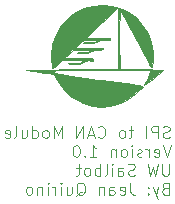
<source format=gbo>
G04 #@! TF.GenerationSoftware,KiCad,Pcbnew,(5.0.1)-4*
G04 #@! TF.CreationDate,2018-11-19T23:15:06-05:00*
G04 #@! TF.ProjectId,CAN_Bus_Arduino,43414E5F4275735F41726475696E6F2E,rev?*
G04 #@! TF.SameCoordinates,Original*
G04 #@! TF.FileFunction,Legend,Bot*
G04 #@! TF.FilePolarity,Positive*
%FSLAX46Y46*%
G04 Gerber Fmt 4.6, Leading zero omitted, Abs format (unit mm)*
G04 Created by KiCad (PCBNEW (5.0.1)-4) date 2018-11-19 11:15:06 PM*
%MOMM*%
%LPD*%
G01*
G04 APERTURE LIST*
%ADD10C,0.100000*%
%ADD11C,0.010000*%
G04 APERTURE END LIST*
D10*
X221819523Y-116754761D02*
X221676666Y-116802380D01*
X221438571Y-116802380D01*
X221343333Y-116754761D01*
X221295714Y-116707142D01*
X221248095Y-116611904D01*
X221248095Y-116516666D01*
X221295714Y-116421428D01*
X221343333Y-116373809D01*
X221438571Y-116326190D01*
X221629047Y-116278571D01*
X221724285Y-116230952D01*
X221771904Y-116183333D01*
X221819523Y-116088095D01*
X221819523Y-115992857D01*
X221771904Y-115897619D01*
X221724285Y-115850000D01*
X221629047Y-115802380D01*
X221390952Y-115802380D01*
X221248095Y-115850000D01*
X220819523Y-116802380D02*
X220819523Y-115802380D01*
X220438571Y-115802380D01*
X220343333Y-115850000D01*
X220295714Y-115897619D01*
X220248095Y-115992857D01*
X220248095Y-116135714D01*
X220295714Y-116230952D01*
X220343333Y-116278571D01*
X220438571Y-116326190D01*
X220819523Y-116326190D01*
X219819523Y-116802380D02*
X219819523Y-115802380D01*
X218724285Y-116135714D02*
X218343333Y-116135714D01*
X218581428Y-115802380D02*
X218581428Y-116659523D01*
X218533809Y-116754761D01*
X218438571Y-116802380D01*
X218343333Y-116802380D01*
X217867142Y-116802380D02*
X217962380Y-116754761D01*
X218010000Y-116707142D01*
X218057619Y-116611904D01*
X218057619Y-116326190D01*
X218010000Y-116230952D01*
X217962380Y-116183333D01*
X217867142Y-116135714D01*
X217724285Y-116135714D01*
X217629047Y-116183333D01*
X217581428Y-116230952D01*
X217533809Y-116326190D01*
X217533809Y-116611904D01*
X217581428Y-116707142D01*
X217629047Y-116754761D01*
X217724285Y-116802380D01*
X217867142Y-116802380D01*
X215771904Y-116707142D02*
X215819523Y-116754761D01*
X215962380Y-116802380D01*
X216057619Y-116802380D01*
X216200476Y-116754761D01*
X216295714Y-116659523D01*
X216343333Y-116564285D01*
X216390952Y-116373809D01*
X216390952Y-116230952D01*
X216343333Y-116040476D01*
X216295714Y-115945238D01*
X216200476Y-115850000D01*
X216057619Y-115802380D01*
X215962380Y-115802380D01*
X215819523Y-115850000D01*
X215771904Y-115897619D01*
X215390952Y-116516666D02*
X214914761Y-116516666D01*
X215486190Y-116802380D02*
X215152857Y-115802380D01*
X214819523Y-116802380D01*
X214486190Y-116802380D02*
X214486190Y-115802380D01*
X213914761Y-116802380D01*
X213914761Y-115802380D01*
X212676666Y-116802380D02*
X212676666Y-115802380D01*
X212343333Y-116516666D01*
X212010000Y-115802380D01*
X212010000Y-116802380D01*
X211390952Y-116802380D02*
X211486190Y-116754761D01*
X211533809Y-116707142D01*
X211581428Y-116611904D01*
X211581428Y-116326190D01*
X211533809Y-116230952D01*
X211486190Y-116183333D01*
X211390952Y-116135714D01*
X211248095Y-116135714D01*
X211152857Y-116183333D01*
X211105238Y-116230952D01*
X211057619Y-116326190D01*
X211057619Y-116611904D01*
X211105238Y-116707142D01*
X211152857Y-116754761D01*
X211248095Y-116802380D01*
X211390952Y-116802380D01*
X210200476Y-116802380D02*
X210200476Y-115802380D01*
X210200476Y-116754761D02*
X210295714Y-116802380D01*
X210486190Y-116802380D01*
X210581428Y-116754761D01*
X210629047Y-116707142D01*
X210676666Y-116611904D01*
X210676666Y-116326190D01*
X210629047Y-116230952D01*
X210581428Y-116183333D01*
X210486190Y-116135714D01*
X210295714Y-116135714D01*
X210200476Y-116183333D01*
X209295714Y-116135714D02*
X209295714Y-116802380D01*
X209724285Y-116135714D02*
X209724285Y-116659523D01*
X209676666Y-116754761D01*
X209581428Y-116802380D01*
X209438571Y-116802380D01*
X209343333Y-116754761D01*
X209295714Y-116707142D01*
X208676666Y-116802380D02*
X208771904Y-116754761D01*
X208819523Y-116659523D01*
X208819523Y-115802380D01*
X207914761Y-116754761D02*
X208010000Y-116802380D01*
X208200476Y-116802380D01*
X208295714Y-116754761D01*
X208343333Y-116659523D01*
X208343333Y-116278571D01*
X208295714Y-116183333D01*
X208200476Y-116135714D01*
X208010000Y-116135714D01*
X207914761Y-116183333D01*
X207867142Y-116278571D01*
X207867142Y-116373809D01*
X208343333Y-116469047D01*
X221914761Y-117402380D02*
X221581428Y-118402380D01*
X221248095Y-117402380D01*
X220533809Y-118354761D02*
X220629047Y-118402380D01*
X220819523Y-118402380D01*
X220914761Y-118354761D01*
X220962380Y-118259523D01*
X220962380Y-117878571D01*
X220914761Y-117783333D01*
X220819523Y-117735714D01*
X220629047Y-117735714D01*
X220533809Y-117783333D01*
X220486190Y-117878571D01*
X220486190Y-117973809D01*
X220962380Y-118069047D01*
X220057619Y-118402380D02*
X220057619Y-117735714D01*
X220057619Y-117926190D02*
X220010000Y-117830952D01*
X219962380Y-117783333D01*
X219867142Y-117735714D01*
X219771904Y-117735714D01*
X219486190Y-118354761D02*
X219390952Y-118402380D01*
X219200476Y-118402380D01*
X219105238Y-118354761D01*
X219057619Y-118259523D01*
X219057619Y-118211904D01*
X219105238Y-118116666D01*
X219200476Y-118069047D01*
X219343333Y-118069047D01*
X219438571Y-118021428D01*
X219486190Y-117926190D01*
X219486190Y-117878571D01*
X219438571Y-117783333D01*
X219343333Y-117735714D01*
X219200476Y-117735714D01*
X219105238Y-117783333D01*
X218629047Y-118402380D02*
X218629047Y-117735714D01*
X218629047Y-117402380D02*
X218676666Y-117450000D01*
X218629047Y-117497619D01*
X218581428Y-117450000D01*
X218629047Y-117402380D01*
X218629047Y-117497619D01*
X218010000Y-118402380D02*
X218105238Y-118354761D01*
X218152857Y-118307142D01*
X218200476Y-118211904D01*
X218200476Y-117926190D01*
X218152857Y-117830952D01*
X218105238Y-117783333D01*
X218010000Y-117735714D01*
X217867142Y-117735714D01*
X217771904Y-117783333D01*
X217724285Y-117830952D01*
X217676666Y-117926190D01*
X217676666Y-118211904D01*
X217724285Y-118307142D01*
X217771904Y-118354761D01*
X217867142Y-118402380D01*
X218010000Y-118402380D01*
X217248095Y-117735714D02*
X217248095Y-118402380D01*
X217248095Y-117830952D02*
X217200476Y-117783333D01*
X217105238Y-117735714D01*
X216962380Y-117735714D01*
X216867142Y-117783333D01*
X216819523Y-117878571D01*
X216819523Y-118402380D01*
X215057619Y-118402380D02*
X215629047Y-118402380D01*
X215343333Y-118402380D02*
X215343333Y-117402380D01*
X215438571Y-117545238D01*
X215533809Y-117640476D01*
X215629047Y-117688095D01*
X214629047Y-118307142D02*
X214581428Y-118354761D01*
X214629047Y-118402380D01*
X214676666Y-118354761D01*
X214629047Y-118307142D01*
X214629047Y-118402380D01*
X213962380Y-117402380D02*
X213867142Y-117402380D01*
X213771904Y-117450000D01*
X213724285Y-117497619D01*
X213676666Y-117592857D01*
X213629047Y-117783333D01*
X213629047Y-118021428D01*
X213676666Y-118211904D01*
X213724285Y-118307142D01*
X213771904Y-118354761D01*
X213867142Y-118402380D01*
X213962380Y-118402380D01*
X214057619Y-118354761D01*
X214105238Y-118307142D01*
X214152857Y-118211904D01*
X214200476Y-118021428D01*
X214200476Y-117783333D01*
X214152857Y-117592857D01*
X214105238Y-117497619D01*
X214057619Y-117450000D01*
X213962380Y-117402380D01*
X221771904Y-119002380D02*
X221771904Y-119811904D01*
X221724285Y-119907142D01*
X221676666Y-119954761D01*
X221581428Y-120002380D01*
X221390952Y-120002380D01*
X221295714Y-119954761D01*
X221248095Y-119907142D01*
X221200476Y-119811904D01*
X221200476Y-119002380D01*
X220819523Y-119002380D02*
X220581428Y-120002380D01*
X220390952Y-119288095D01*
X220200476Y-120002380D01*
X219962380Y-119002380D01*
X218867142Y-119954761D02*
X218724285Y-120002380D01*
X218486190Y-120002380D01*
X218390952Y-119954761D01*
X218343333Y-119907142D01*
X218295714Y-119811904D01*
X218295714Y-119716666D01*
X218343333Y-119621428D01*
X218390952Y-119573809D01*
X218486190Y-119526190D01*
X218676666Y-119478571D01*
X218771904Y-119430952D01*
X218819523Y-119383333D01*
X218867142Y-119288095D01*
X218867142Y-119192857D01*
X218819523Y-119097619D01*
X218771904Y-119050000D01*
X218676666Y-119002380D01*
X218438571Y-119002380D01*
X218295714Y-119050000D01*
X217438571Y-120002380D02*
X217438571Y-119478571D01*
X217486190Y-119383333D01*
X217581428Y-119335714D01*
X217771904Y-119335714D01*
X217867142Y-119383333D01*
X217438571Y-119954761D02*
X217533809Y-120002380D01*
X217771904Y-120002380D01*
X217867142Y-119954761D01*
X217914761Y-119859523D01*
X217914761Y-119764285D01*
X217867142Y-119669047D01*
X217771904Y-119621428D01*
X217533809Y-119621428D01*
X217438571Y-119573809D01*
X216962380Y-120002380D02*
X216962380Y-119335714D01*
X216962380Y-119002380D02*
X217010000Y-119050000D01*
X216962380Y-119097619D01*
X216914761Y-119050000D01*
X216962380Y-119002380D01*
X216962380Y-119097619D01*
X216343333Y-120002380D02*
X216438571Y-119954761D01*
X216486190Y-119859523D01*
X216486190Y-119002380D01*
X215962380Y-120002380D02*
X215962380Y-119002380D01*
X215962380Y-119383333D02*
X215867142Y-119335714D01*
X215676666Y-119335714D01*
X215581428Y-119383333D01*
X215533809Y-119430952D01*
X215486190Y-119526190D01*
X215486190Y-119811904D01*
X215533809Y-119907142D01*
X215581428Y-119954761D01*
X215676666Y-120002380D01*
X215867142Y-120002380D01*
X215962380Y-119954761D01*
X214914761Y-120002380D02*
X215010000Y-119954761D01*
X215057619Y-119907142D01*
X215105238Y-119811904D01*
X215105238Y-119526190D01*
X215057619Y-119430952D01*
X215010000Y-119383333D01*
X214914761Y-119335714D01*
X214771904Y-119335714D01*
X214676666Y-119383333D01*
X214629047Y-119430952D01*
X214581428Y-119526190D01*
X214581428Y-119811904D01*
X214629047Y-119907142D01*
X214676666Y-119954761D01*
X214771904Y-120002380D01*
X214914761Y-120002380D01*
X214295714Y-119335714D02*
X213914761Y-119335714D01*
X214152857Y-119002380D02*
X214152857Y-119859523D01*
X214105238Y-119954761D01*
X214010000Y-120002380D01*
X213914761Y-120002380D01*
X221438571Y-121078571D02*
X221295714Y-121126190D01*
X221248095Y-121173809D01*
X221200476Y-121269047D01*
X221200476Y-121411904D01*
X221248095Y-121507142D01*
X221295714Y-121554761D01*
X221390952Y-121602380D01*
X221771904Y-121602380D01*
X221771904Y-120602380D01*
X221438571Y-120602380D01*
X221343333Y-120650000D01*
X221295714Y-120697619D01*
X221248095Y-120792857D01*
X221248095Y-120888095D01*
X221295714Y-120983333D01*
X221343333Y-121030952D01*
X221438571Y-121078571D01*
X221771904Y-121078571D01*
X220867142Y-120935714D02*
X220629047Y-121602380D01*
X220390952Y-120935714D02*
X220629047Y-121602380D01*
X220724285Y-121840476D01*
X220771904Y-121888095D01*
X220867142Y-121935714D01*
X220010000Y-121507142D02*
X219962380Y-121554761D01*
X220010000Y-121602380D01*
X220057619Y-121554761D01*
X220010000Y-121507142D01*
X220010000Y-121602380D01*
X220010000Y-120983333D02*
X219962380Y-121030952D01*
X220010000Y-121078571D01*
X220057619Y-121030952D01*
X220010000Y-120983333D01*
X220010000Y-121078571D01*
X218486190Y-120602380D02*
X218486190Y-121316666D01*
X218533809Y-121459523D01*
X218629047Y-121554761D01*
X218771904Y-121602380D01*
X218867142Y-121602380D01*
X217629047Y-121554761D02*
X217724285Y-121602380D01*
X217914761Y-121602380D01*
X218010000Y-121554761D01*
X218057619Y-121459523D01*
X218057619Y-121078571D01*
X218010000Y-120983333D01*
X217914761Y-120935714D01*
X217724285Y-120935714D01*
X217629047Y-120983333D01*
X217581428Y-121078571D01*
X217581428Y-121173809D01*
X218057619Y-121269047D01*
X216724285Y-121602380D02*
X216724285Y-121078571D01*
X216771904Y-120983333D01*
X216867142Y-120935714D01*
X217057619Y-120935714D01*
X217152857Y-120983333D01*
X216724285Y-121554761D02*
X216819523Y-121602380D01*
X217057619Y-121602380D01*
X217152857Y-121554761D01*
X217200476Y-121459523D01*
X217200476Y-121364285D01*
X217152857Y-121269047D01*
X217057619Y-121221428D01*
X216819523Y-121221428D01*
X216724285Y-121173809D01*
X216248095Y-120935714D02*
X216248095Y-121602380D01*
X216248095Y-121030952D02*
X216200476Y-120983333D01*
X216105238Y-120935714D01*
X215962380Y-120935714D01*
X215867142Y-120983333D01*
X215819523Y-121078571D01*
X215819523Y-121602380D01*
X213914761Y-121697619D02*
X214010000Y-121650000D01*
X214105238Y-121554761D01*
X214248095Y-121411904D01*
X214343333Y-121364285D01*
X214438571Y-121364285D01*
X214390952Y-121602380D02*
X214486190Y-121554761D01*
X214581428Y-121459523D01*
X214629047Y-121269047D01*
X214629047Y-120935714D01*
X214581428Y-120745238D01*
X214486190Y-120650000D01*
X214390952Y-120602380D01*
X214200476Y-120602380D01*
X214105238Y-120650000D01*
X214010000Y-120745238D01*
X213962380Y-120935714D01*
X213962380Y-121269047D01*
X214010000Y-121459523D01*
X214105238Y-121554761D01*
X214200476Y-121602380D01*
X214390952Y-121602380D01*
X213105238Y-120935714D02*
X213105238Y-121602380D01*
X213533809Y-120935714D02*
X213533809Y-121459523D01*
X213486190Y-121554761D01*
X213390952Y-121602380D01*
X213248095Y-121602380D01*
X213152857Y-121554761D01*
X213105238Y-121507142D01*
X212629047Y-121602380D02*
X212629047Y-120935714D01*
X212629047Y-120602380D02*
X212676666Y-120650000D01*
X212629047Y-120697619D01*
X212581428Y-120650000D01*
X212629047Y-120602380D01*
X212629047Y-120697619D01*
X212152857Y-121602380D02*
X212152857Y-120935714D01*
X212152857Y-121126190D02*
X212105238Y-121030952D01*
X212057619Y-120983333D01*
X211962380Y-120935714D01*
X211867142Y-120935714D01*
X211533809Y-121602380D02*
X211533809Y-120935714D01*
X211533809Y-120602380D02*
X211581428Y-120650000D01*
X211533809Y-120697619D01*
X211486190Y-120650000D01*
X211533809Y-120602380D01*
X211533809Y-120697619D01*
X211057619Y-120935714D02*
X211057619Y-121602380D01*
X211057619Y-121030952D02*
X211010000Y-120983333D01*
X210914761Y-120935714D01*
X210771904Y-120935714D01*
X210676666Y-120983333D01*
X210629047Y-121078571D01*
X210629047Y-121602380D01*
X210010000Y-121602380D02*
X210105238Y-121554761D01*
X210152857Y-121507142D01*
X210200476Y-121411904D01*
X210200476Y-121126190D01*
X210152857Y-121030952D01*
X210105238Y-120983333D01*
X210010000Y-120935714D01*
X209867142Y-120935714D01*
X209771904Y-120983333D01*
X209724285Y-121030952D01*
X209676666Y-121126190D01*
X209676666Y-121411904D01*
X209724285Y-121507142D01*
X209771904Y-121554761D01*
X209867142Y-121602380D01*
X210010000Y-121602380D01*
D11*
G04 #@! TO.C,G\002A\002A\002A*
G36*
X215347353Y-105604484D02*
X214536486Y-105821542D01*
X214043852Y-106035998D01*
X213507411Y-106387601D01*
X212998370Y-106868881D01*
X212546585Y-107440198D01*
X212181914Y-108061914D01*
X211934213Y-108694389D01*
X211881555Y-108906717D01*
X211843325Y-109180223D01*
X211820668Y-109527084D01*
X211813088Y-109904168D01*
X211820092Y-110268342D01*
X211841187Y-110576474D01*
X211875877Y-110785432D01*
X211903769Y-110846038D01*
X211992773Y-110826086D01*
X212162687Y-110712415D01*
X212346377Y-110556712D01*
X212727217Y-110205666D01*
X213586142Y-110205666D01*
X213971795Y-110207954D01*
X214213731Y-110217926D01*
X214337538Y-110240242D01*
X214368806Y-110279563D01*
X214333124Y-110340548D01*
X214332287Y-110341559D01*
X214218764Y-110421192D01*
X214025708Y-110451710D01*
X213729253Y-110441989D01*
X213467204Y-110433776D01*
X213289315Y-110448755D01*
X213239000Y-110475430D01*
X213315669Y-110512784D01*
X213513857Y-110537806D01*
X213715840Y-110544333D01*
X214139240Y-110504527D01*
X214462985Y-110377182D01*
X214474031Y-110370448D01*
X214743060Y-110249947D01*
X215018191Y-110246594D01*
X215063848Y-110254432D01*
X215264863Y-110281624D01*
X215343332Y-110250586D01*
X215342824Y-110161156D01*
X215317877Y-110102109D01*
X215252724Y-110061433D01*
X215121419Y-110036354D01*
X214898013Y-110024096D01*
X214556560Y-110021888D01*
X214085667Y-110026754D01*
X212858000Y-110043499D01*
X213620000Y-109366219D01*
X214424334Y-109363906D01*
X214818558Y-109369397D01*
X215048872Y-109389003D01*
X215120156Y-109423299D01*
X215101667Y-109443666D01*
X214950447Y-109489128D01*
X214695130Y-109519494D01*
X214487834Y-109527036D01*
X214226267Y-109539122D01*
X214049551Y-109569087D01*
X214001000Y-109600571D01*
X214075522Y-109641469D01*
X214267829Y-109648026D01*
X214531036Y-109625360D01*
X214818256Y-109578588D01*
X215082602Y-109512829D01*
X215204005Y-109469264D01*
X215508175Y-109386453D01*
X215768120Y-109386457D01*
X216017902Y-109382987D01*
X216120650Y-109313073D01*
X216166287Y-109257457D01*
X216180795Y-109218329D01*
X216141555Y-109193286D01*
X216025947Y-109179926D01*
X215811352Y-109175848D01*
X215475151Y-109178650D01*
X214994725Y-109185930D01*
X214932334Y-109186897D01*
X213789334Y-109204545D01*
X214124017Y-108858439D01*
X214302516Y-108680816D01*
X214446783Y-108577546D01*
X214612593Y-108528466D01*
X214855722Y-108513417D01*
X215081514Y-108512333D01*
X215417056Y-108522796D01*
X215611109Y-108552804D01*
X215652000Y-108597000D01*
X215546217Y-108640698D01*
X215321716Y-108671275D01*
X215054337Y-108681666D01*
X214775500Y-108691419D01*
X214578914Y-108716920D01*
X214509000Y-108750569D01*
X214583704Y-108788671D01*
X214775389Y-108796620D01*
X215035413Y-108779525D01*
X215315135Y-108742491D01*
X215565913Y-108690627D01*
X215739108Y-108629039D01*
X215754619Y-108619784D01*
X216006071Y-108535592D01*
X216346042Y-108525632D01*
X216604676Y-108530842D01*
X216735996Y-108492109D01*
X216775273Y-108422936D01*
X216767055Y-108367935D01*
X216699435Y-108332473D01*
X216546549Y-108313937D01*
X216282533Y-108309716D01*
X215881523Y-108317195D01*
X215760877Y-108320473D01*
X214720667Y-108349741D01*
X216033000Y-107078475D01*
X216421682Y-106704646D01*
X216770659Y-106374111D01*
X217061382Y-106104025D01*
X217275297Y-105911545D01*
X217393852Y-105813824D01*
X217410075Y-105805104D01*
X217425516Y-105885788D01*
X217438185Y-106115204D01*
X217447740Y-106472768D01*
X217453842Y-106937897D01*
X217456150Y-107490007D01*
X217454323Y-108108514D01*
X217452409Y-108364166D01*
X217430000Y-110925333D01*
X214297334Y-110977111D01*
X213547731Y-110989771D01*
X212819543Y-111002575D01*
X212137947Y-111015044D01*
X211528120Y-111026698D01*
X211015238Y-111037056D01*
X210624480Y-111045641D01*
X210402667Y-111051315D01*
X209640667Y-111073742D01*
X210360334Y-111178248D01*
X210769292Y-111236324D01*
X211185571Y-111293312D01*
X211527513Y-111338062D01*
X211564993Y-111342740D01*
X212049986Y-111402724D01*
X212326993Y-111923653D01*
X212641137Y-112407292D01*
X213050092Y-112883476D01*
X213501771Y-113297001D01*
X213855424Y-113543589D01*
X214517746Y-113853426D01*
X215246072Y-114059099D01*
X215991912Y-114152856D01*
X216706775Y-114126942D01*
X217072631Y-114057997D01*
X217865694Y-113779178D01*
X218579139Y-113360165D01*
X219079546Y-112943535D01*
X219338100Y-112696048D01*
X219486827Y-112539409D01*
X219540152Y-112449417D01*
X219512498Y-112401874D01*
X219419667Y-112372897D01*
X219292270Y-112351730D01*
X219015630Y-112311407D01*
X218608439Y-112254473D01*
X218089390Y-112183474D01*
X217477178Y-112100957D01*
X216790495Y-112009469D01*
X216048034Y-111911556D01*
X215658906Y-111860616D01*
X214772940Y-111744160D01*
X214040554Y-111645538D01*
X213447270Y-111561825D01*
X212978612Y-111490099D01*
X212620103Y-111427437D01*
X212357265Y-111370916D01*
X212175622Y-111317613D01*
X212060696Y-111264604D01*
X211998012Y-111208966D01*
X211973091Y-111147777D01*
X211970297Y-111115833D01*
X212052002Y-111103277D01*
X212286848Y-111091546D01*
X212658646Y-111080887D01*
X213151206Y-111071548D01*
X213748336Y-111063777D01*
X214433846Y-111057823D01*
X215191546Y-111053933D01*
X216005246Y-111052355D01*
X216115572Y-111052333D01*
X220262143Y-111052333D01*
X220183678Y-111258710D01*
X220101121Y-111450656D01*
X219974291Y-111719633D01*
X219885833Y-111898014D01*
X219666453Y-112330940D01*
X220476560Y-111722025D01*
X220786444Y-111483880D01*
X221035037Y-111282800D01*
X221197450Y-111139651D01*
X221248792Y-111075299D01*
X221248463Y-111074907D01*
X221156257Y-111061124D01*
X220920006Y-111044180D01*
X220564943Y-111025360D01*
X220116297Y-111005949D01*
X219599299Y-110987232D01*
X219404797Y-110981018D01*
X217599334Y-110925333D01*
X217576879Y-108388278D01*
X217573155Y-107697371D01*
X217574728Y-107099065D01*
X217581272Y-106608333D01*
X217592463Y-106240149D01*
X217607977Y-106009488D01*
X217627488Y-105931323D01*
X217630122Y-105932945D01*
X217686949Y-106025999D01*
X217811547Y-106250270D01*
X217993686Y-106586676D01*
X218223137Y-107016133D01*
X218489669Y-107519560D01*
X218783052Y-108077874D01*
X218904045Y-108309253D01*
X219207583Y-108888506D01*
X219490431Y-109424441D01*
X219741919Y-109897138D01*
X219951377Y-110286680D01*
X220108135Y-110573148D01*
X220201523Y-110736622D01*
X220217908Y-110761985D01*
X220279826Y-110827392D01*
X220322593Y-110802014D01*
X220356563Y-110660943D01*
X220392090Y-110379270D01*
X220397467Y-110330065D01*
X220405326Y-109495716D01*
X220254543Y-108683196D01*
X219955805Y-107915316D01*
X219519801Y-107214883D01*
X218957219Y-106604707D01*
X218477365Y-106232456D01*
X217761104Y-105853214D01*
X216984274Y-105621410D01*
X216171487Y-105538137D01*
X215347353Y-105604484D01*
X215347353Y-105604484D01*
G37*
X215347353Y-105604484D02*
X214536486Y-105821542D01*
X214043852Y-106035998D01*
X213507411Y-106387601D01*
X212998370Y-106868881D01*
X212546585Y-107440198D01*
X212181914Y-108061914D01*
X211934213Y-108694389D01*
X211881555Y-108906717D01*
X211843325Y-109180223D01*
X211820668Y-109527084D01*
X211813088Y-109904168D01*
X211820092Y-110268342D01*
X211841187Y-110576474D01*
X211875877Y-110785432D01*
X211903769Y-110846038D01*
X211992773Y-110826086D01*
X212162687Y-110712415D01*
X212346377Y-110556712D01*
X212727217Y-110205666D01*
X213586142Y-110205666D01*
X213971795Y-110207954D01*
X214213731Y-110217926D01*
X214337538Y-110240242D01*
X214368806Y-110279563D01*
X214333124Y-110340548D01*
X214332287Y-110341559D01*
X214218764Y-110421192D01*
X214025708Y-110451710D01*
X213729253Y-110441989D01*
X213467204Y-110433776D01*
X213289315Y-110448755D01*
X213239000Y-110475430D01*
X213315669Y-110512784D01*
X213513857Y-110537806D01*
X213715840Y-110544333D01*
X214139240Y-110504527D01*
X214462985Y-110377182D01*
X214474031Y-110370448D01*
X214743060Y-110249947D01*
X215018191Y-110246594D01*
X215063848Y-110254432D01*
X215264863Y-110281624D01*
X215343332Y-110250586D01*
X215342824Y-110161156D01*
X215317877Y-110102109D01*
X215252724Y-110061433D01*
X215121419Y-110036354D01*
X214898013Y-110024096D01*
X214556560Y-110021888D01*
X214085667Y-110026754D01*
X212858000Y-110043499D01*
X213620000Y-109366219D01*
X214424334Y-109363906D01*
X214818558Y-109369397D01*
X215048872Y-109389003D01*
X215120156Y-109423299D01*
X215101667Y-109443666D01*
X214950447Y-109489128D01*
X214695130Y-109519494D01*
X214487834Y-109527036D01*
X214226267Y-109539122D01*
X214049551Y-109569087D01*
X214001000Y-109600571D01*
X214075522Y-109641469D01*
X214267829Y-109648026D01*
X214531036Y-109625360D01*
X214818256Y-109578588D01*
X215082602Y-109512829D01*
X215204005Y-109469264D01*
X215508175Y-109386453D01*
X215768120Y-109386457D01*
X216017902Y-109382987D01*
X216120650Y-109313073D01*
X216166287Y-109257457D01*
X216180795Y-109218329D01*
X216141555Y-109193286D01*
X216025947Y-109179926D01*
X215811352Y-109175848D01*
X215475151Y-109178650D01*
X214994725Y-109185930D01*
X214932334Y-109186897D01*
X213789334Y-109204545D01*
X214124017Y-108858439D01*
X214302516Y-108680816D01*
X214446783Y-108577546D01*
X214612593Y-108528466D01*
X214855722Y-108513417D01*
X215081514Y-108512333D01*
X215417056Y-108522796D01*
X215611109Y-108552804D01*
X215652000Y-108597000D01*
X215546217Y-108640698D01*
X215321716Y-108671275D01*
X215054337Y-108681666D01*
X214775500Y-108691419D01*
X214578914Y-108716920D01*
X214509000Y-108750569D01*
X214583704Y-108788671D01*
X214775389Y-108796620D01*
X215035413Y-108779525D01*
X215315135Y-108742491D01*
X215565913Y-108690627D01*
X215739108Y-108629039D01*
X215754619Y-108619784D01*
X216006071Y-108535592D01*
X216346042Y-108525632D01*
X216604676Y-108530842D01*
X216735996Y-108492109D01*
X216775273Y-108422936D01*
X216767055Y-108367935D01*
X216699435Y-108332473D01*
X216546549Y-108313937D01*
X216282533Y-108309716D01*
X215881523Y-108317195D01*
X215760877Y-108320473D01*
X214720667Y-108349741D01*
X216033000Y-107078475D01*
X216421682Y-106704646D01*
X216770659Y-106374111D01*
X217061382Y-106104025D01*
X217275297Y-105911545D01*
X217393852Y-105813824D01*
X217410075Y-105805104D01*
X217425516Y-105885788D01*
X217438185Y-106115204D01*
X217447740Y-106472768D01*
X217453842Y-106937897D01*
X217456150Y-107490007D01*
X217454323Y-108108514D01*
X217452409Y-108364166D01*
X217430000Y-110925333D01*
X214297334Y-110977111D01*
X213547731Y-110989771D01*
X212819543Y-111002575D01*
X212137947Y-111015044D01*
X211528120Y-111026698D01*
X211015238Y-111037056D01*
X210624480Y-111045641D01*
X210402667Y-111051315D01*
X209640667Y-111073742D01*
X210360334Y-111178248D01*
X210769292Y-111236324D01*
X211185571Y-111293312D01*
X211527513Y-111338062D01*
X211564993Y-111342740D01*
X212049986Y-111402724D01*
X212326993Y-111923653D01*
X212641137Y-112407292D01*
X213050092Y-112883476D01*
X213501771Y-113297001D01*
X213855424Y-113543589D01*
X214517746Y-113853426D01*
X215246072Y-114059099D01*
X215991912Y-114152856D01*
X216706775Y-114126942D01*
X217072631Y-114057997D01*
X217865694Y-113779178D01*
X218579139Y-113360165D01*
X219079546Y-112943535D01*
X219338100Y-112696048D01*
X219486827Y-112539409D01*
X219540152Y-112449417D01*
X219512498Y-112401874D01*
X219419667Y-112372897D01*
X219292270Y-112351730D01*
X219015630Y-112311407D01*
X218608439Y-112254473D01*
X218089390Y-112183474D01*
X217477178Y-112100957D01*
X216790495Y-112009469D01*
X216048034Y-111911556D01*
X215658906Y-111860616D01*
X214772940Y-111744160D01*
X214040554Y-111645538D01*
X213447270Y-111561825D01*
X212978612Y-111490099D01*
X212620103Y-111427437D01*
X212357265Y-111370916D01*
X212175622Y-111317613D01*
X212060696Y-111264604D01*
X211998012Y-111208966D01*
X211973091Y-111147777D01*
X211970297Y-111115833D01*
X212052002Y-111103277D01*
X212286848Y-111091546D01*
X212658646Y-111080887D01*
X213151206Y-111071548D01*
X213748336Y-111063777D01*
X214433846Y-111057823D01*
X215191546Y-111053933D01*
X216005246Y-111052355D01*
X216115572Y-111052333D01*
X220262143Y-111052333D01*
X220183678Y-111258710D01*
X220101121Y-111450656D01*
X219974291Y-111719633D01*
X219885833Y-111898014D01*
X219666453Y-112330940D01*
X220476560Y-111722025D01*
X220786444Y-111483880D01*
X221035037Y-111282800D01*
X221197450Y-111139651D01*
X221248792Y-111075299D01*
X221248463Y-111074907D01*
X221156257Y-111061124D01*
X220920006Y-111044180D01*
X220564943Y-111025360D01*
X220116297Y-111005949D01*
X219599299Y-110987232D01*
X219404797Y-110981018D01*
X217599334Y-110925333D01*
X217576879Y-108388278D01*
X217573155Y-107697371D01*
X217574728Y-107099065D01*
X217581272Y-106608333D01*
X217592463Y-106240149D01*
X217607977Y-106009488D01*
X217627488Y-105931323D01*
X217630122Y-105932945D01*
X217686949Y-106025999D01*
X217811547Y-106250270D01*
X217993686Y-106586676D01*
X218223137Y-107016133D01*
X218489669Y-107519560D01*
X218783052Y-108077874D01*
X218904045Y-108309253D01*
X219207583Y-108888506D01*
X219490431Y-109424441D01*
X219741919Y-109897138D01*
X219951377Y-110286680D01*
X220108135Y-110573148D01*
X220201523Y-110736622D01*
X220217908Y-110761985D01*
X220279826Y-110827392D01*
X220322593Y-110802014D01*
X220356563Y-110660943D01*
X220392090Y-110379270D01*
X220397467Y-110330065D01*
X220405326Y-109495716D01*
X220254543Y-108683196D01*
X219955805Y-107915316D01*
X219519801Y-107214883D01*
X218957219Y-106604707D01*
X218477365Y-106232456D01*
X217761104Y-105853214D01*
X216984274Y-105621410D01*
X216171487Y-105538137D01*
X215347353Y-105604484D01*
G04 #@! TD*
M02*

</source>
